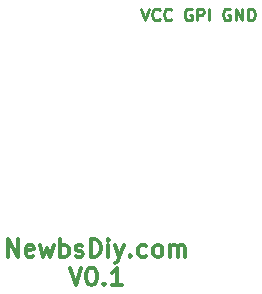
<source format=gbr>
G04 #@! TF.FileFunction,Legend,Bot*
%FSLAX46Y46*%
G04 Gerber Fmt 4.6, Leading zero omitted, Abs format (unit mm)*
G04 Created by KiCad (PCBNEW 4.0.2-stable) date 11.2.2018 14.28.50*
%MOMM*%
G01*
G04 APERTURE LIST*
%ADD10C,0.100000*%
%ADD11C,0.300000*%
%ADD12C,0.250000*%
G04 APERTURE END LIST*
D10*
D11*
X187500000Y-131478571D02*
X187500000Y-129978571D01*
X188357143Y-131478571D01*
X188357143Y-129978571D01*
X189642857Y-131407143D02*
X189500000Y-131478571D01*
X189214286Y-131478571D01*
X189071429Y-131407143D01*
X189000000Y-131264286D01*
X189000000Y-130692857D01*
X189071429Y-130550000D01*
X189214286Y-130478571D01*
X189500000Y-130478571D01*
X189642857Y-130550000D01*
X189714286Y-130692857D01*
X189714286Y-130835714D01*
X189000000Y-130978571D01*
X190214286Y-130478571D02*
X190500000Y-131478571D01*
X190785714Y-130764286D01*
X191071429Y-131478571D01*
X191357143Y-130478571D01*
X191928572Y-131478571D02*
X191928572Y-129978571D01*
X191928572Y-130550000D02*
X192071429Y-130478571D01*
X192357143Y-130478571D01*
X192500000Y-130550000D01*
X192571429Y-130621429D01*
X192642858Y-130764286D01*
X192642858Y-131192857D01*
X192571429Y-131335714D01*
X192500000Y-131407143D01*
X192357143Y-131478571D01*
X192071429Y-131478571D01*
X191928572Y-131407143D01*
X193214286Y-131407143D02*
X193357143Y-131478571D01*
X193642858Y-131478571D01*
X193785715Y-131407143D01*
X193857143Y-131264286D01*
X193857143Y-131192857D01*
X193785715Y-131050000D01*
X193642858Y-130978571D01*
X193428572Y-130978571D01*
X193285715Y-130907143D01*
X193214286Y-130764286D01*
X193214286Y-130692857D01*
X193285715Y-130550000D01*
X193428572Y-130478571D01*
X193642858Y-130478571D01*
X193785715Y-130550000D01*
X194500001Y-131478571D02*
X194500001Y-129978571D01*
X194857144Y-129978571D01*
X195071429Y-130050000D01*
X195214287Y-130192857D01*
X195285715Y-130335714D01*
X195357144Y-130621429D01*
X195357144Y-130835714D01*
X195285715Y-131121429D01*
X195214287Y-131264286D01*
X195071429Y-131407143D01*
X194857144Y-131478571D01*
X194500001Y-131478571D01*
X196000001Y-131478571D02*
X196000001Y-130478571D01*
X196000001Y-129978571D02*
X195928572Y-130050000D01*
X196000001Y-130121429D01*
X196071429Y-130050000D01*
X196000001Y-129978571D01*
X196000001Y-130121429D01*
X196571430Y-130478571D02*
X196928573Y-131478571D01*
X197285715Y-130478571D02*
X196928573Y-131478571D01*
X196785715Y-131835714D01*
X196714287Y-131907143D01*
X196571430Y-131978571D01*
X197857144Y-131335714D02*
X197928572Y-131407143D01*
X197857144Y-131478571D01*
X197785715Y-131407143D01*
X197857144Y-131335714D01*
X197857144Y-131478571D01*
X199214287Y-131407143D02*
X199071430Y-131478571D01*
X198785716Y-131478571D01*
X198642858Y-131407143D01*
X198571430Y-131335714D01*
X198500001Y-131192857D01*
X198500001Y-130764286D01*
X198571430Y-130621429D01*
X198642858Y-130550000D01*
X198785716Y-130478571D01*
X199071430Y-130478571D01*
X199214287Y-130550000D01*
X200071430Y-131478571D02*
X199928572Y-131407143D01*
X199857144Y-131335714D01*
X199785715Y-131192857D01*
X199785715Y-130764286D01*
X199857144Y-130621429D01*
X199928572Y-130550000D01*
X200071430Y-130478571D01*
X200285715Y-130478571D01*
X200428572Y-130550000D01*
X200500001Y-130621429D01*
X200571430Y-130764286D01*
X200571430Y-131192857D01*
X200500001Y-131335714D01*
X200428572Y-131407143D01*
X200285715Y-131478571D01*
X200071430Y-131478571D01*
X201214287Y-131478571D02*
X201214287Y-130478571D01*
X201214287Y-130621429D02*
X201285715Y-130550000D01*
X201428573Y-130478571D01*
X201642858Y-130478571D01*
X201785715Y-130550000D01*
X201857144Y-130692857D01*
X201857144Y-131478571D01*
X201857144Y-130692857D02*
X201928573Y-130550000D01*
X202071430Y-130478571D01*
X202285715Y-130478571D01*
X202428573Y-130550000D01*
X202500001Y-130692857D01*
X202500001Y-131478571D01*
X192714286Y-132378571D02*
X193214286Y-133878571D01*
X193714286Y-132378571D01*
X194500000Y-132378571D02*
X194642857Y-132378571D01*
X194785714Y-132450000D01*
X194857143Y-132521429D01*
X194928572Y-132664286D01*
X195000000Y-132950000D01*
X195000000Y-133307143D01*
X194928572Y-133592857D01*
X194857143Y-133735714D01*
X194785714Y-133807143D01*
X194642857Y-133878571D01*
X194500000Y-133878571D01*
X194357143Y-133807143D01*
X194285714Y-133735714D01*
X194214286Y-133592857D01*
X194142857Y-133307143D01*
X194142857Y-132950000D01*
X194214286Y-132664286D01*
X194285714Y-132521429D01*
X194357143Y-132450000D01*
X194500000Y-132378571D01*
X195642857Y-133735714D02*
X195714285Y-133807143D01*
X195642857Y-133878571D01*
X195571428Y-133807143D01*
X195642857Y-133735714D01*
X195642857Y-133878571D01*
X197142857Y-133878571D02*
X196285714Y-133878571D01*
X196714286Y-133878571D02*
X196714286Y-132378571D01*
X196571429Y-132592857D01*
X196428571Y-132735714D01*
X196285714Y-132807143D01*
D12*
X198761905Y-110452381D02*
X199095238Y-111452381D01*
X199428572Y-110452381D01*
X200333334Y-111357143D02*
X200285715Y-111404762D01*
X200142858Y-111452381D01*
X200047620Y-111452381D01*
X199904762Y-111404762D01*
X199809524Y-111309524D01*
X199761905Y-111214286D01*
X199714286Y-111023810D01*
X199714286Y-110880952D01*
X199761905Y-110690476D01*
X199809524Y-110595238D01*
X199904762Y-110500000D01*
X200047620Y-110452381D01*
X200142858Y-110452381D01*
X200285715Y-110500000D01*
X200333334Y-110547619D01*
X201333334Y-111357143D02*
X201285715Y-111404762D01*
X201142858Y-111452381D01*
X201047620Y-111452381D01*
X200904762Y-111404762D01*
X200809524Y-111309524D01*
X200761905Y-111214286D01*
X200714286Y-111023810D01*
X200714286Y-110880952D01*
X200761905Y-110690476D01*
X200809524Y-110595238D01*
X200904762Y-110500000D01*
X201047620Y-110452381D01*
X201142858Y-110452381D01*
X201285715Y-110500000D01*
X201333334Y-110547619D01*
X203047620Y-110500000D02*
X202952382Y-110452381D01*
X202809525Y-110452381D01*
X202666667Y-110500000D01*
X202571429Y-110595238D01*
X202523810Y-110690476D01*
X202476191Y-110880952D01*
X202476191Y-111023810D01*
X202523810Y-111214286D01*
X202571429Y-111309524D01*
X202666667Y-111404762D01*
X202809525Y-111452381D01*
X202904763Y-111452381D01*
X203047620Y-111404762D01*
X203095239Y-111357143D01*
X203095239Y-111023810D01*
X202904763Y-111023810D01*
X203523810Y-111452381D02*
X203523810Y-110452381D01*
X203904763Y-110452381D01*
X204000001Y-110500000D01*
X204047620Y-110547619D01*
X204095239Y-110642857D01*
X204095239Y-110785714D01*
X204047620Y-110880952D01*
X204000001Y-110928571D01*
X203904763Y-110976190D01*
X203523810Y-110976190D01*
X204523810Y-111452381D02*
X204523810Y-110452381D01*
X206285715Y-110500000D02*
X206190477Y-110452381D01*
X206047620Y-110452381D01*
X205904762Y-110500000D01*
X205809524Y-110595238D01*
X205761905Y-110690476D01*
X205714286Y-110880952D01*
X205714286Y-111023810D01*
X205761905Y-111214286D01*
X205809524Y-111309524D01*
X205904762Y-111404762D01*
X206047620Y-111452381D01*
X206142858Y-111452381D01*
X206285715Y-111404762D01*
X206333334Y-111357143D01*
X206333334Y-111023810D01*
X206142858Y-111023810D01*
X206761905Y-111452381D02*
X206761905Y-110452381D01*
X207333334Y-111452381D01*
X207333334Y-110452381D01*
X207809524Y-111452381D02*
X207809524Y-110452381D01*
X208047619Y-110452381D01*
X208190477Y-110500000D01*
X208285715Y-110595238D01*
X208333334Y-110690476D01*
X208380953Y-110880952D01*
X208380953Y-111023810D01*
X208333334Y-111214286D01*
X208285715Y-111309524D01*
X208190477Y-111404762D01*
X208047619Y-111452381D01*
X207809524Y-111452381D01*
M02*

</source>
